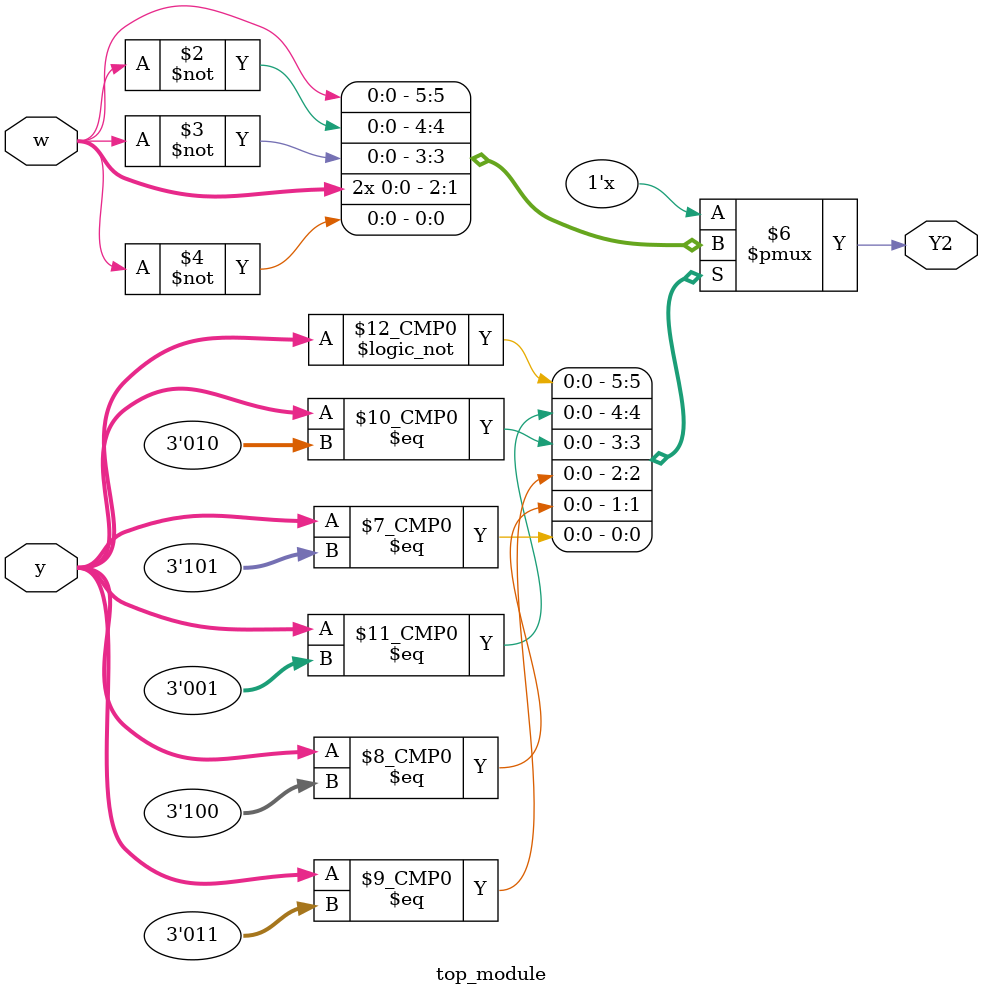
<source format=sv>
module top_module(
    input [3:1] y,
    input w,
    output reg Y2
);

always @(*) begin
    case (y)
        3'b000: Y2 = w;
        3'b001: Y2 = ~w;
        3'b010: Y2 = ~w;
        3'b011: Y2 = w;
        3'b100: Y2 = w;
        3'b101: Y2 = ~w;
        default: Y2 = 1'bx;
    endcase
end

endmodule

</source>
